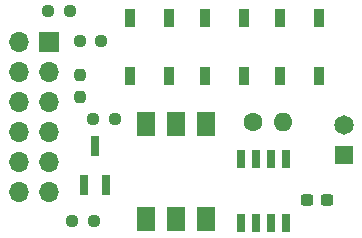
<source format=gbr>
%TF.GenerationSoftware,KiCad,Pcbnew,7.0.9*%
%TF.CreationDate,2024-01-17T02:10:25+09:00*%
%TF.ProjectId,Pmod_CAN,506d6f64-5f43-4414-9e2e-6b696361645f,rev?*%
%TF.SameCoordinates,Original*%
%TF.FileFunction,Soldermask,Top*%
%TF.FilePolarity,Negative*%
%FSLAX46Y46*%
G04 Gerber Fmt 4.6, Leading zero omitted, Abs format (unit mm)*
G04 Created by KiCad (PCBNEW 7.0.9) date 2024-01-17 02:10:25*
%MOMM*%
%LPD*%
G01*
G04 APERTURE LIST*
G04 Aperture macros list*
%AMRoundRect*
0 Rectangle with rounded corners*
0 $1 Rounding radius*
0 $2 $3 $4 $5 $6 $7 $8 $9 X,Y pos of 4 corners*
0 Add a 4 corners polygon primitive as box body*
4,1,4,$2,$3,$4,$5,$6,$7,$8,$9,$2,$3,0*
0 Add four circle primitives for the rounded corners*
1,1,$1+$1,$2,$3*
1,1,$1+$1,$4,$5*
1,1,$1+$1,$6,$7*
1,1,$1+$1,$8,$9*
0 Add four rect primitives between the rounded corners*
20,1,$1+$1,$2,$3,$4,$5,0*
20,1,$1+$1,$4,$5,$6,$7,0*
20,1,$1+$1,$6,$7,$8,$9,0*
20,1,$1+$1,$8,$9,$2,$3,0*%
G04 Aperture macros list end*
%ADD10R,0.700000X1.550000*%
%ADD11R,1.700000X1.700000*%
%ADD12O,1.700000X1.700000*%
%ADD13RoundRect,0.237500X0.300000X0.237500X-0.300000X0.237500X-0.300000X-0.237500X0.300000X-0.237500X0*%
%ADD14R,0.900000X1.500000*%
%ADD15RoundRect,0.237500X-0.250000X-0.237500X0.250000X-0.237500X0.250000X0.237500X-0.250000X0.237500X0*%
%ADD16C,1.600000*%
%ADD17O,1.600000X1.600000*%
%ADD18R,1.650000X1.650000*%
%ADD19C,1.650000*%
%ADD20R,0.800000X1.800000*%
%ADD21RoundRect,0.237500X0.237500X-0.250000X0.237500X0.250000X-0.237500X0.250000X-0.237500X-0.250000X0*%
%ADD22R,1.600000X2.070000*%
G04 APERTURE END LIST*
D10*
%TO.C,IC1*%
X155829000Y-107119000D03*
X157099000Y-107119000D03*
X158369000Y-107119000D03*
X159639000Y-107119000D03*
X159639000Y-101669000D03*
X158369000Y-101669000D03*
X157099000Y-101669000D03*
X155829000Y-101669000D03*
%TD*%
D11*
%TO.C,J2*%
X139573000Y-91821000D03*
D12*
X139573000Y-94361000D03*
X139573000Y-96901000D03*
X139573000Y-99441000D03*
X139573000Y-101981000D03*
X139573000Y-104521000D03*
X137033000Y-91821000D03*
X137033000Y-94361000D03*
X137033000Y-96901000D03*
X137033000Y-99441000D03*
X137033000Y-101981000D03*
X137033000Y-104521000D03*
%TD*%
D13*
%TO.C,C1*%
X163168500Y-105156000D03*
X161443500Y-105156000D03*
%TD*%
D14*
%TO.C,D3*%
X159132000Y-94652000D03*
X162432000Y-94652000D03*
X162432000Y-89752000D03*
X159132000Y-89752000D03*
%TD*%
D15*
%TO.C,R5*%
X141581500Y-106934000D03*
X143406500Y-106934000D03*
%TD*%
%TO.C,R2*%
X142193000Y-91694000D03*
X144018000Y-91694000D03*
%TD*%
D16*
%TO.C,R1*%
X156864000Y-98552000D03*
D17*
X159404000Y-98552000D03*
%TD*%
D14*
%TO.C,D2*%
X152782000Y-94652000D03*
X156082000Y-94652000D03*
X156082000Y-89752000D03*
X152782000Y-89752000D03*
%TD*%
D18*
%TO.C,J1*%
X164592000Y-101346000D03*
D19*
X164592000Y-98846000D03*
%TD*%
D14*
%TO.C,D1*%
X146432000Y-94652000D03*
X149732000Y-94652000D03*
X149732000Y-89752000D03*
X146432000Y-89752000D03*
%TD*%
D15*
%TO.C,R6*%
X143359500Y-98298000D03*
X145184500Y-98298000D03*
%TD*%
%TO.C,R4*%
X139549500Y-89154000D03*
X141374500Y-89154000D03*
%TD*%
D20*
%TO.C,Q1*%
X142560000Y-103884000D03*
X144460000Y-103884000D03*
X143510000Y-100584000D03*
%TD*%
D21*
%TO.C,R3*%
X142240000Y-96416500D03*
X142240000Y-94591500D03*
%TD*%
D22*
%TO.C,IC2*%
X147828000Y-106788000D03*
X147828000Y-98698000D03*
X150368000Y-106788000D03*
X150368000Y-98698000D03*
X152908000Y-106788000D03*
X152908000Y-98698000D03*
%TD*%
M02*

</source>
